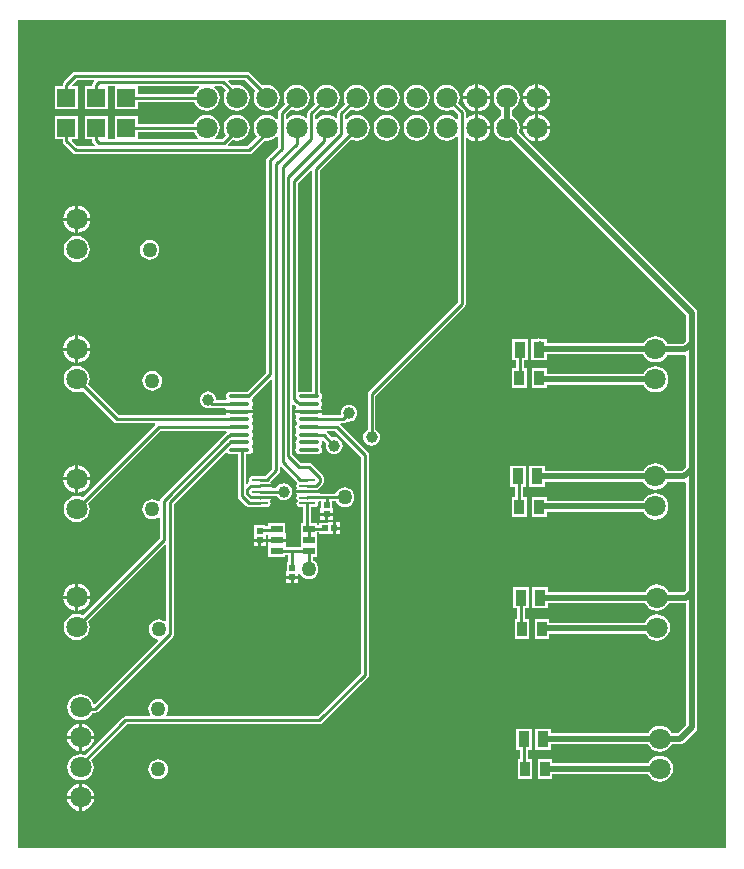
<source format=gbr>
G04 Layer_Physical_Order=1*
G04 Layer_Color=255*
%FSLAX26Y26*%
%MOIN*%
%TF.FileFunction,Copper,L1,Top,Signal*%
%TF.Part,Single*%
G01*
G75*
%TA.AperFunction,SMDPad,CuDef*%
%ADD10O,0.057087X0.009842*%
%ADD11O,0.072835X0.013780*%
%ADD12R,0.033465X0.051181*%
%ADD13R,0.037402X0.053150*%
%ADD14R,0.020472X0.020472*%
%ADD15R,0.039370X0.023622*%
%ADD16R,0.020472X0.020472*%
%TA.AperFunction,Conductor*%
%ADD17C,0.010000*%
%ADD18C,0.019685*%
%TA.AperFunction,ComponentPad*%
%ADD19R,0.060000X0.060000*%
%ADD20C,0.070866*%
%TA.AperFunction,ViaPad*%
%ADD21C,0.050000*%
%ADD22C,0.039370*%
G36*
X2322835Y-0D02*
X-39370Y-0D01*
Y2759999D01*
X2322835D01*
Y-0D01*
D02*
G37*
%LPC*%
G36*
X851378Y1084646D02*
X796260D01*
Y1075134D01*
X785827D01*
Y1077165D01*
X749606D01*
Y1047795D01*
X747480D01*
Y1032559D01*
X787953D01*
Y1042724D01*
X792953Y1045237D01*
X794134Y1044359D01*
Y1032559D01*
X823819D01*
X853504D01*
Y1049370D01*
X851378D01*
Y1084646D01*
D02*
G37*
G36*
X1035984Y1087165D02*
X1020748D01*
Y1071929D01*
X1035984D01*
Y1087165D01*
D02*
G37*
G36*
X1010236Y1109252D02*
X995000D01*
Y1094016D01*
X1010236D01*
Y1109252D01*
D02*
G37*
G36*
X985000D02*
X969764D01*
Y1094016D01*
X985000D01*
Y1109252D01*
D02*
G37*
G36*
X762717Y1022559D02*
X747480D01*
Y1007323D01*
X762717D01*
Y1022559D01*
D02*
G37*
G36*
X895236Y899252D02*
X880000D01*
Y884016D01*
X895236D01*
Y899252D01*
D02*
G37*
G36*
X1035984Y1061929D02*
X1020748D01*
Y1046693D01*
X1035984D01*
Y1061929D01*
D02*
G37*
G36*
X787953Y1022559D02*
X772717D01*
Y1007323D01*
X787953D01*
Y1022559D01*
D02*
G37*
G36*
X1655079Y1274449D02*
X1601929D01*
Y1205551D01*
X1617543D01*
Y1170472D01*
X1608032D01*
Y1103543D01*
X1657244D01*
Y1170472D01*
X1643795D01*
Y1205551D01*
X1655079D01*
Y1274449D01*
D02*
G37*
G36*
X162480Y1276269D02*
Y1236102D01*
X202647D01*
X201744Y1242963D01*
X197166Y1254015D01*
X189883Y1263506D01*
X180393Y1270788D01*
X169341Y1275366D01*
X162480Y1276269D01*
D02*
G37*
G36*
X152480D02*
X145620Y1275366D01*
X134568Y1270788D01*
X125077Y1263506D01*
X117795Y1254015D01*
X113217Y1242963D01*
X112314Y1236102D01*
X152480D01*
Y1276269D01*
D02*
G37*
G36*
X409449Y1592213D02*
X400867Y1591083D01*
X392870Y1587771D01*
X386003Y1582501D01*
X380733Y1575634D01*
X377421Y1567637D01*
X376291Y1559055D01*
X377421Y1550473D01*
X380733Y1542476D01*
X386003Y1535609D01*
X392870Y1530340D01*
X400867Y1527027D01*
X409449Y1525897D01*
X418031Y1527027D01*
X426028Y1530340D01*
X432895Y1535609D01*
X438164Y1542476D01*
X441477Y1550473D01*
X442606Y1559055D01*
X441477Y1567637D01*
X438164Y1575634D01*
X432895Y1582501D01*
X426028Y1587771D01*
X418031Y1591083D01*
X409449Y1592213D01*
D02*
G37*
G36*
X1065000Y1477797D02*
X1057806Y1476850D01*
X1051102Y1474073D01*
X1045345Y1469655D01*
X1040927Y1463898D01*
X1038150Y1457194D01*
X1037203Y1450000D01*
X1037598Y1447004D01*
X1034301Y1443244D01*
X977644D01*
X974971Y1448244D01*
X975556Y1449119D01*
X975872Y1450709D01*
X930118D01*
X884364D01*
X884681Y1449119D01*
X888414Y1443532D01*
X887975Y1437811D01*
X886683Y1435879D01*
X885538Y1430118D01*
X886683Y1424358D01*
X889947Y1419474D01*
Y1415171D01*
X886683Y1410288D01*
X885538Y1404527D01*
X886683Y1398767D01*
X889156Y1395066D01*
X889636Y1391732D01*
X889156Y1388398D01*
X886683Y1384697D01*
X885538Y1378937D01*
X886683Y1373176D01*
X889947Y1368293D01*
Y1363990D01*
X886683Y1359107D01*
X885538Y1353346D01*
X886683Y1347586D01*
X889156Y1343885D01*
X889636Y1340551D01*
X889156Y1337217D01*
X886683Y1333516D01*
X885538Y1327756D01*
X886683Y1321995D01*
X889947Y1317112D01*
X894830Y1313849D01*
X900591Y1312703D01*
X959646D01*
X965406Y1313849D01*
X970290Y1317112D01*
X973553Y1321995D01*
X974699Y1327756D01*
X973553Y1333516D01*
X971080Y1337217D01*
X970600Y1340551D01*
X971080Y1343885D01*
X973553Y1347586D01*
X974699Y1353346D01*
X973553Y1359107D01*
X977490Y1362215D01*
X989218Y1350486D01*
X988898Y1349714D01*
X987951Y1342520D01*
X988898Y1335325D01*
X991675Y1328621D01*
X996093Y1322864D01*
X1001850Y1318447D01*
X1008554Y1315670D01*
X1015748Y1314723D01*
X1022942Y1315670D01*
X1029646Y1318447D01*
X1035403Y1322864D01*
X1039821Y1328621D01*
X1042598Y1335325D01*
X1043545Y1342520D01*
X1042598Y1349714D01*
X1039821Y1356418D01*
X1035403Y1362175D01*
X1029646Y1366592D01*
X1022942Y1369369D01*
X1015748Y1370316D01*
X1008554Y1369369D01*
X1007782Y1369049D01*
X990430Y1386401D01*
X991765Y1390717D01*
X992281Y1391401D01*
X1019169D01*
X1104984Y1305587D01*
Y584177D01*
X960626Y439819D01*
X457883D01*
X455418Y444819D01*
X457849Y447988D01*
X461162Y455985D01*
X462292Y464567D01*
X461162Y473149D01*
X457849Y481146D01*
X452580Y488013D01*
X445713Y493282D01*
X437716Y496595D01*
X429134Y497725D01*
X420552Y496595D01*
X412555Y493282D01*
X405688Y488013D01*
X400418Y481146D01*
X397106Y473149D01*
X395976Y464567D01*
X397106Y455985D01*
X400418Y447988D01*
X402850Y444819D01*
X400384Y439819D01*
X319213D01*
X314189Y438820D01*
X309931Y435974D01*
X184730Y310774D01*
X181305Y312192D01*
X170000Y313681D01*
X158695Y312192D01*
X148160Y307829D01*
X139113Y300887D01*
X132171Y291840D01*
X127808Y281305D01*
X126319Y270000D01*
X127808Y258695D01*
X132171Y248160D01*
X139113Y239113D01*
X148160Y232171D01*
X158695Y227808D01*
X170000Y226319D01*
X181305Y227808D01*
X191840Y232171D01*
X200887Y239113D01*
X207829Y248160D01*
X212192Y258695D01*
X213681Y270000D01*
X212192Y281305D01*
X207829Y291840D01*
X205699Y294616D01*
X324650Y413567D01*
X966063D01*
X971086Y414566D01*
X975345Y417411D01*
X1127392Y569458D01*
X1130237Y573717D01*
X1131236Y578740D01*
Y1311024D01*
X1130237Y1316047D01*
X1127392Y1320305D01*
X1035705Y1411992D01*
X1037776Y1416992D01*
X1044882D01*
X1049905Y1417991D01*
X1054164Y1420836D01*
X1056867Y1423539D01*
X1057806Y1423150D01*
X1065000Y1422203D01*
X1072194Y1423150D01*
X1078898Y1425927D01*
X1084655Y1430345D01*
X1089073Y1436102D01*
X1091850Y1442806D01*
X1092797Y1450000D01*
X1091850Y1457194D01*
X1089073Y1463898D01*
X1084655Y1469655D01*
X1078898Y1474073D01*
X1072194Y1476850D01*
X1065000Y1477797D01*
D02*
G37*
G36*
X1050000Y1203158D02*
X1041418Y1202028D01*
X1033421Y1198715D01*
X1026554Y1193446D01*
X1021285Y1186579D01*
X1019594Y1182496D01*
X968826D01*
X967611Y1183976D01*
X926181D01*
X888340D01*
X888504Y1183154D01*
X891801Y1178219D01*
X892107Y1176680D01*
X890506Y1174284D01*
X889513Y1169291D01*
X890506Y1164299D01*
X893334Y1160067D01*
Y1158831D01*
X890506Y1154599D01*
X889513Y1149606D01*
X890506Y1144614D01*
X893334Y1140381D01*
X897567Y1137553D01*
X902559Y1136560D01*
X913055D01*
Y1084646D01*
X904528D01*
Y1045276D01*
Y1003284D01*
X857483D01*
X853504Y1005748D01*
Y1022559D01*
X823819D01*
X794134D01*
Y1005748D01*
X796260D01*
Y970473D01*
X851378D01*
Y977031D01*
X861874D01*
Y953858D01*
X856890D01*
Y924488D01*
X854764D01*
Y909252D01*
X895236D01*
Y914957D01*
X900236Y915952D01*
X901285Y913421D01*
X906554Y906554D01*
X913421Y901285D01*
X921418Y897972D01*
X930000Y896842D01*
X938582Y897972D01*
X946579Y901285D01*
X953446Y906554D01*
X958715Y913421D01*
X962028Y921418D01*
X963158Y930000D01*
X962028Y938582D01*
X958715Y946579D01*
X953446Y953446D01*
X946579Y958715D01*
X945213Y959281D01*
Y970473D01*
X959646D01*
Y1007874D01*
Y1052819D01*
X966142D01*
Y1048819D01*
X995512D01*
Y1046693D01*
X1010748D01*
Y1066929D01*
Y1087165D01*
X995512D01*
Y1085039D01*
X966142D01*
Y1079071D01*
X959646D01*
Y1084646D01*
X939307D01*
Y1136560D01*
X949803D01*
X954796Y1137553D01*
X959028Y1140381D01*
X961856Y1144614D01*
X962849Y1149606D01*
X962523Y1151244D01*
X966312Y1156244D01*
X971890D01*
Y1134488D01*
X969764D01*
Y1119252D01*
X1010236D01*
Y1134488D01*
X1008110D01*
Y1156244D01*
X1020115D01*
X1021285Y1153421D01*
X1026554Y1146554D01*
X1033421Y1141285D01*
X1041418Y1137972D01*
X1050000Y1136842D01*
X1058582Y1137972D01*
X1066579Y1141285D01*
X1073446Y1146554D01*
X1078715Y1153421D01*
X1082028Y1161418D01*
X1083158Y1170000D01*
X1082028Y1178582D01*
X1078715Y1186579D01*
X1073446Y1193446D01*
X1066579Y1198715D01*
X1058582Y1202028D01*
X1050000Y1203158D01*
D02*
G37*
G36*
X2086063Y1183080D02*
X2074758Y1181591D01*
X2064223Y1177228D01*
X2055176Y1170286D01*
X2048235Y1161239D01*
X2046670Y1157463D01*
X1724173D01*
Y1170472D01*
X1674961D01*
Y1103543D01*
X1724173D01*
Y1121336D01*
X2046670D01*
X2048235Y1117559D01*
X2055176Y1108512D01*
X2064223Y1101571D01*
X2074758Y1097207D01*
X2086063Y1095718D01*
X2097369Y1097207D01*
X2107903Y1101571D01*
X2116950Y1108512D01*
X2123892Y1117559D01*
X2128255Y1128094D01*
X2129744Y1139399D01*
X2128255Y1150705D01*
X2123892Y1161239D01*
X2116950Y1170286D01*
X2107903Y1177228D01*
X2097369Y1181591D01*
X2086063Y1183080D01*
D02*
G37*
G36*
X202647Y1226102D02*
X162480D01*
Y1185936D01*
X169341Y1186839D01*
X180393Y1191417D01*
X189883Y1198699D01*
X197166Y1208190D01*
X201744Y1219242D01*
X202647Y1226102D01*
D02*
G37*
G36*
X152480D02*
X112314D01*
X113217Y1219242D01*
X117795Y1208190D01*
X125077Y1198699D01*
X134568Y1191417D01*
X145620Y1186839D01*
X152480Y1185936D01*
Y1226102D01*
D02*
G37*
G36*
X870000Y899252D02*
X854764D01*
Y884016D01*
X870000D01*
Y899252D01*
D02*
G37*
G36*
X1676181Y397752D02*
X1623032D01*
Y328854D01*
X1636480D01*
Y298342D01*
X1626969D01*
Y231413D01*
X1676181D01*
Y298342D01*
X1662733D01*
Y328854D01*
X1676181D01*
Y397752D01*
D02*
G37*
G36*
X429134Y296937D02*
X420552Y295807D01*
X412555Y292495D01*
X405688Y287226D01*
X400418Y280358D01*
X397106Y272361D01*
X395976Y263779D01*
X397106Y255198D01*
X400418Y247201D01*
X405688Y240333D01*
X412555Y235064D01*
X420552Y231752D01*
X429134Y230622D01*
X437716Y231752D01*
X445713Y235064D01*
X452580Y240333D01*
X457849Y247201D01*
X461162Y255198D01*
X462292Y263779D01*
X461162Y272361D01*
X457849Y280358D01*
X452580Y287226D01*
X445713Y292495D01*
X437716Y295807D01*
X429134Y296937D01*
D02*
G37*
G36*
X165000Y365000D02*
X124833D01*
X125736Y358140D01*
X130314Y347087D01*
X137597Y337597D01*
X147088Y330314D01*
X158140Y325736D01*
X165000Y324833D01*
Y365000D01*
D02*
G37*
G36*
X2101063Y308803D02*
X2089758Y307315D01*
X2079223Y302951D01*
X2070176Y296009D01*
X2063235Y286963D01*
X2061619Y283064D01*
X1743110D01*
Y298342D01*
X1693898D01*
Y231413D01*
X1743110D01*
Y246936D01*
X2061721D01*
X2063235Y243282D01*
X2070176Y234236D01*
X2079223Y227294D01*
X2089758Y222930D01*
X2101063Y221442D01*
X2112369Y222930D01*
X2122903Y227294D01*
X2131950Y234236D01*
X2138892Y243282D01*
X2143255Y253817D01*
X2144744Y265123D01*
X2143255Y276428D01*
X2138892Y286963D01*
X2131950Y296009D01*
X2122903Y302951D01*
X2112369Y307315D01*
X2101063Y308803D01*
D02*
G37*
G36*
X215167Y165000D02*
X175000D01*
Y124833D01*
X181860Y125736D01*
X192912Y130314D01*
X202403Y137597D01*
X209686Y147088D01*
X214264Y158140D01*
X215167Y165000D01*
D02*
G37*
G36*
X165000D02*
X124833D01*
X125736Y158140D01*
X130314Y147088D01*
X137597Y137597D01*
X147088Y130314D01*
X158140Y125736D01*
X165000Y124833D01*
Y165000D01*
D02*
G37*
G36*
X175000Y215167D02*
Y175000D01*
X215167D01*
X214264Y181860D01*
X209686Y192912D01*
X202403Y202403D01*
X192912Y209686D01*
X181860Y214264D01*
X175000Y215167D01*
D02*
G37*
G36*
X165000D02*
X158140Y214264D01*
X147088Y209686D01*
X137597Y202403D01*
X130314Y192912D01*
X125736Y181860D01*
X124833Y175000D01*
X165000D01*
Y215167D01*
D02*
G37*
G36*
X215167Y365000D02*
X175000D01*
Y324833D01*
X181860Y325736D01*
X192912Y330314D01*
X202403Y337597D01*
X209686Y347087D01*
X214264Y358140D01*
X215167Y365000D01*
D02*
G37*
G36*
X202647Y832402D02*
X162480D01*
Y792235D01*
X169341Y793138D01*
X180393Y797716D01*
X189883Y804998D01*
X197166Y814489D01*
X201744Y825541D01*
X202647Y832402D01*
D02*
G37*
G36*
X152480D02*
X112314D01*
X113217Y825541D01*
X117795Y814489D01*
X125077Y804998D01*
X134568Y797716D01*
X145620Y793138D01*
X152480Y792235D01*
Y832402D01*
D02*
G37*
G36*
X162480Y882568D02*
Y842402D01*
X202647D01*
X201744Y849262D01*
X197166Y860314D01*
X189883Y869805D01*
X180393Y877087D01*
X169341Y881665D01*
X162480Y882568D01*
D02*
G37*
G36*
X152480D02*
X145620Y881665D01*
X134568Y877087D01*
X125077Y869805D01*
X117795Y860314D01*
X113217Y849262D01*
X112314Y842402D01*
X152480D01*
Y882568D01*
D02*
G37*
G36*
X175000Y415167D02*
Y375000D01*
X215167D01*
X214264Y381860D01*
X209686Y392913D01*
X202403Y402403D01*
X192912Y409686D01*
X181860Y414264D01*
X175000Y415167D01*
D02*
G37*
G36*
X165000D02*
X158140Y414264D01*
X147088Y409686D01*
X137597Y402403D01*
X130314Y392913D01*
X125736Y381860D01*
X124833Y375000D01*
X165000D01*
Y415167D01*
D02*
G37*
G36*
X2091063Y779330D02*
X2079758Y777841D01*
X2069223Y773477D01*
X2060176Y766536D01*
X2053235Y757489D01*
X2050582Y751085D01*
X1733110D01*
Y763858D01*
X1683898D01*
Y696929D01*
X1733110D01*
Y714958D01*
X2052758D01*
X2053235Y713808D01*
X2060176Y704762D01*
X2069223Y697820D01*
X2079758Y693457D01*
X2091063Y691968D01*
X2102369Y693457D01*
X2112903Y697820D01*
X2121950Y704762D01*
X2128892Y713808D01*
X2133255Y724343D01*
X2134744Y735649D01*
X2133255Y746954D01*
X2128892Y757489D01*
X2121950Y766536D01*
X2112903Y773477D01*
X2102369Y777841D01*
X2091063Y779330D01*
D02*
G37*
G36*
X1665079Y869449D02*
X1611929D01*
Y800551D01*
X1626480D01*
Y763858D01*
X1616968D01*
Y696929D01*
X1666181D01*
Y763858D01*
X1652733D01*
Y800551D01*
X1665079D01*
Y869449D01*
D02*
G37*
G36*
X1535718Y2496575D02*
X1495551D01*
Y2456408D01*
X1502412Y2457311D01*
X1513464Y2461889D01*
X1522954Y2469172D01*
X1530237Y2478662D01*
X1534815Y2489714D01*
X1535718Y2496575D01*
D02*
G37*
G36*
X1390551Y2545256D02*
X1379246Y2543767D01*
X1368711Y2539403D01*
X1359664Y2532462D01*
X1352723Y2523415D01*
X1348359Y2512880D01*
X1346870Y2501575D01*
X1348359Y2490269D01*
X1352723Y2479734D01*
X1359664Y2470688D01*
X1368711Y2463746D01*
X1379246Y2459383D01*
X1390551Y2457894D01*
X1401857Y2459383D01*
X1411684Y2463453D01*
X1427819Y2447319D01*
Y2431924D01*
X1423084Y2430317D01*
X1421438Y2432462D01*
X1412391Y2439403D01*
X1401857Y2443767D01*
X1390551Y2445256D01*
X1379246Y2443767D01*
X1368711Y2439403D01*
X1359664Y2432462D01*
X1352723Y2423415D01*
X1348359Y2412880D01*
X1346870Y2401575D01*
X1348359Y2390269D01*
X1352723Y2379734D01*
X1359664Y2370688D01*
X1368711Y2363746D01*
X1379246Y2359383D01*
X1390551Y2357894D01*
X1401857Y2359383D01*
X1412391Y2363746D01*
X1421438Y2370688D01*
X1423084Y2372833D01*
X1427819Y2371226D01*
Y1820500D01*
X1130718Y1523400D01*
X1127873Y1519141D01*
X1126874Y1514118D01*
Y1394393D01*
X1126102Y1394073D01*
X1120345Y1389655D01*
X1115927Y1383898D01*
X1113150Y1377194D01*
X1112203Y1370000D01*
X1113150Y1362806D01*
X1115927Y1356102D01*
X1120345Y1350345D01*
X1126102Y1345927D01*
X1132806Y1343150D01*
X1140000Y1342203D01*
X1147194Y1343150D01*
X1153898Y1345927D01*
X1159655Y1350345D01*
X1164073Y1356102D01*
X1166850Y1362806D01*
X1167797Y1370000D01*
X1166850Y1377194D01*
X1164073Y1383898D01*
X1159655Y1389655D01*
X1153898Y1394073D01*
X1153126Y1394393D01*
Y1508681D01*
X1450227Y1805781D01*
X1453072Y1810040D01*
X1454071Y1815063D01*
Y2366994D01*
X1459071Y2368463D01*
X1467639Y2361889D01*
X1478691Y2357311D01*
X1485551Y2356408D01*
Y2401575D01*
Y2446742D01*
X1478691Y2445838D01*
X1467639Y2441260D01*
X1459071Y2434686D01*
X1454071Y2436155D01*
Y2452756D01*
X1453072Y2457779D01*
X1450227Y2462037D01*
X1429595Y2482669D01*
X1432744Y2490269D01*
X1434232Y2501575D01*
X1432744Y2512880D01*
X1428380Y2523415D01*
X1421438Y2532462D01*
X1412391Y2539403D01*
X1401857Y2543767D01*
X1390551Y2545256D01*
D02*
G37*
G36*
X1485551Y2496575D02*
X1445384D01*
X1446288Y2489714D01*
X1450866Y2478662D01*
X1458148Y2469172D01*
X1467639Y2461889D01*
X1478691Y2457311D01*
X1485551Y2456408D01*
Y2496575D01*
D02*
G37*
G36*
X1735718D02*
X1695551D01*
Y2456408D01*
X1702412Y2457311D01*
X1713464Y2461889D01*
X1722954Y2469172D01*
X1730237Y2478662D01*
X1734815Y2489714D01*
X1735718Y2496575D01*
D02*
G37*
G36*
X1685551Y2446742D02*
X1678691Y2445838D01*
X1667639Y2441260D01*
X1658148Y2433978D01*
X1650866Y2424487D01*
X1646288Y2413435D01*
X1645384Y2406575D01*
X1685551D01*
Y2446742D01*
D02*
G37*
G36*
X1290551Y2445256D02*
X1279246Y2443767D01*
X1268711Y2439403D01*
X1259664Y2432462D01*
X1252723Y2423415D01*
X1248359Y2412880D01*
X1246870Y2401575D01*
X1248359Y2390269D01*
X1252723Y2379734D01*
X1259664Y2370688D01*
X1268711Y2363746D01*
X1279246Y2359383D01*
X1290551Y2357894D01*
X1301857Y2359383D01*
X1312391Y2363746D01*
X1321438Y2370688D01*
X1328380Y2379734D01*
X1332744Y2390269D01*
X1334232Y2401575D01*
X1332744Y2412880D01*
X1328380Y2423415D01*
X1321438Y2432462D01*
X1312391Y2439403D01*
X1301857Y2443767D01*
X1290551Y2445256D01*
D02*
G37*
G36*
X1695551Y2446742D02*
Y2406575D01*
X1735718D01*
X1734815Y2413435D01*
X1730237Y2424487D01*
X1722954Y2433978D01*
X1713464Y2441260D01*
X1702412Y2445838D01*
X1695551Y2446742D01*
D02*
G37*
G36*
X1495551D02*
Y2406575D01*
X1535718D01*
X1534815Y2413435D01*
X1530237Y2424487D01*
X1522954Y2433978D01*
X1513464Y2441260D01*
X1502412Y2445838D01*
X1495551Y2446742D01*
D02*
G37*
G36*
X1685551Y2496575D02*
X1645384D01*
X1646288Y2489714D01*
X1650866Y2478662D01*
X1658148Y2469172D01*
X1667639Y2461889D01*
X1678691Y2457311D01*
X1685551Y2456408D01*
Y2496575D01*
D02*
G37*
G36*
Y2546742D02*
X1678691Y2545838D01*
X1667639Y2541260D01*
X1658148Y2533978D01*
X1650866Y2524487D01*
X1646288Y2513435D01*
X1645384Y2506575D01*
X1685551D01*
Y2546742D01*
D02*
G37*
G36*
X1485551D02*
X1478691Y2545838D01*
X1467639Y2541260D01*
X1458148Y2533978D01*
X1450866Y2524487D01*
X1446288Y2513435D01*
X1445384Y2506575D01*
X1485551D01*
Y2546742D01*
D02*
G37*
G36*
X1695551Y2546742D02*
Y2506575D01*
X1735718D01*
X1734815Y2513435D01*
X1730237Y2524487D01*
X1722954Y2533978D01*
X1713464Y2541260D01*
X1702412Y2545838D01*
X1695551Y2546742D01*
D02*
G37*
G36*
X1495551D02*
Y2506575D01*
X1535718D01*
X1534815Y2513435D01*
X1530237Y2524487D01*
X1522954Y2533978D01*
X1513464Y2541260D01*
X1502412Y2545838D01*
X1495551Y2546742D01*
D02*
G37*
G36*
X1090551Y2545256D02*
X1079246Y2543767D01*
X1068711Y2539403D01*
X1059664Y2532462D01*
X1052723Y2523415D01*
X1048359Y2512880D01*
X1046870Y2501575D01*
X1048359Y2490269D01*
X1051968Y2481555D01*
X1029577Y2459164D01*
X1026731Y2454905D01*
X1025732Y2449882D01*
Y2434263D01*
X1020732Y2433003D01*
X1012391Y2439403D01*
X1001857Y2443767D01*
X990551Y2445256D01*
X979246Y2443767D01*
X968711Y2439403D01*
X959664Y2432462D01*
X956985Y2428969D01*
X951985Y2430667D01*
Y2444445D01*
X970532Y2462992D01*
X979246Y2459383D01*
X990551Y2457894D01*
X1001857Y2459383D01*
X1012391Y2463746D01*
X1021438Y2470688D01*
X1028380Y2479734D01*
X1032744Y2490269D01*
X1034232Y2501575D01*
X1032744Y2512880D01*
X1028380Y2523415D01*
X1021438Y2532462D01*
X1012391Y2539403D01*
X1001857Y2543767D01*
X990551Y2545256D01*
X979246Y2543767D01*
X968711Y2539403D01*
X959664Y2532462D01*
X952723Y2523415D01*
X948359Y2512880D01*
X946870Y2501575D01*
X948359Y2490269D01*
X951968Y2481555D01*
X929577Y2459164D01*
X926731Y2454905D01*
X925732Y2449882D01*
Y2434263D01*
X920732Y2433003D01*
X912391Y2439403D01*
X901857Y2443767D01*
X890551Y2445256D01*
X879246Y2443767D01*
X868711Y2439403D01*
X859664Y2432462D01*
X858861Y2431415D01*
X854126Y2433022D01*
Y2446587D01*
X870532Y2462992D01*
X879246Y2459383D01*
X890551Y2457894D01*
X901857Y2459383D01*
X912391Y2463746D01*
X921438Y2470688D01*
X928380Y2479734D01*
X932744Y2490269D01*
X934232Y2501575D01*
X932744Y2512880D01*
X928380Y2523415D01*
X921438Y2532462D01*
X912391Y2539403D01*
X901857Y2543767D01*
X890551Y2545256D01*
X879246Y2543767D01*
X868711Y2539403D01*
X859664Y2532462D01*
X852723Y2523415D01*
X848359Y2512880D01*
X846870Y2501575D01*
X848359Y2490269D01*
X851968Y2481555D01*
X831718Y2461305D01*
X828873Y2457047D01*
X827874Y2452024D01*
Y2431852D01*
X823139Y2430245D01*
X821438Y2432462D01*
X812391Y2439403D01*
X801857Y2443767D01*
X790551Y2445256D01*
X779246Y2443767D01*
X768711Y2439403D01*
X759664Y2432462D01*
X752723Y2423415D01*
X748359Y2412880D01*
X746870Y2401575D01*
X748359Y2390269D01*
X752723Y2379734D01*
X758562Y2372125D01*
X726335Y2339898D01*
X662532D01*
X660461Y2344898D01*
X676205Y2360642D01*
X679246Y2359383D01*
X690551Y2357894D01*
X701857Y2359383D01*
X712391Y2363746D01*
X721438Y2370688D01*
X728380Y2379734D01*
X732744Y2390269D01*
X734232Y2401575D01*
X732744Y2412880D01*
X728380Y2423415D01*
X721438Y2432462D01*
X712391Y2439403D01*
X701857Y2443767D01*
X690551Y2445256D01*
X679246Y2443767D01*
X668711Y2439403D01*
X659664Y2432462D01*
X652723Y2423415D01*
X648359Y2412880D01*
X646870Y2401575D01*
X648359Y2390269D01*
X652723Y2379734D01*
X655088Y2376651D01*
X641957Y2363520D01*
X620310D01*
X618613Y2368520D01*
X621438Y2370688D01*
X628380Y2379734D01*
X632744Y2390269D01*
X634232Y2401575D01*
X632744Y2412880D01*
X628380Y2423415D01*
X621438Y2432462D01*
X612391Y2439403D01*
X601857Y2443767D01*
X590551Y2445256D01*
X579246Y2443767D01*
X568711Y2439403D01*
X559664Y2432462D01*
X552723Y2423415D01*
X549113Y2414701D01*
X360906D01*
Y2439449D01*
X285158D01*
Y2363701D01*
X280233Y2363520D01*
X265831D01*
X260906Y2363701D01*
Y2439449D01*
X185158D01*
Y2363701D01*
X207346D01*
Y2359843D01*
X208345Y2354819D01*
X211191Y2350561D01*
X216854Y2344898D01*
X214783Y2339898D01*
X158980D01*
X140177Y2358701D01*
X142249Y2363701D01*
X160906D01*
Y2439449D01*
X85158D01*
Y2363701D01*
X109906D01*
Y2357283D01*
X110905Y2352260D01*
X113750Y2348002D01*
X144262Y2317490D01*
X148520Y2314645D01*
X153543Y2313646D01*
X731772D01*
X736795Y2314645D01*
X741053Y2317490D01*
X782515Y2358952D01*
X790551Y2357894D01*
X801857Y2359383D01*
X812391Y2363746D01*
X821438Y2370688D01*
X823139Y2372905D01*
X827874Y2371298D01*
Y2337437D01*
X792718Y2302282D01*
X789873Y2298023D01*
X788874Y2293000D01*
Y1584996D01*
X725820Y1521943D01*
X670275D01*
X664515Y1520797D01*
X659631Y1517534D01*
X656368Y1512650D01*
X655223Y1506890D01*
X656368Y1501129D01*
X657507Y1499425D01*
X654834Y1494425D01*
X623301D01*
X622797Y1495000D01*
X621850Y1502194D01*
X619073Y1508898D01*
X614655Y1514655D01*
X608898Y1519073D01*
X602194Y1521850D01*
X595000Y1522797D01*
X587806Y1521850D01*
X581102Y1519073D01*
X575345Y1514655D01*
X570927Y1508898D01*
X568150Y1502194D01*
X567203Y1495000D01*
X568150Y1487806D01*
X570927Y1481102D01*
X575345Y1475345D01*
X581102Y1470927D01*
X587806Y1468150D01*
X595000Y1467203D01*
X602194Y1468150D01*
X604342Y1469040D01*
X608701Y1468173D01*
X652277D01*
X654950Y1463173D01*
X654366Y1462299D01*
X654049Y1460709D01*
X699803D01*
X745557D01*
X745240Y1462299D01*
X741508Y1467885D01*
X741946Y1473606D01*
X743238Y1475539D01*
X744384Y1481299D01*
X743238Y1487060D01*
X740765Y1490760D01*
X740285Y1494094D01*
X740765Y1497428D01*
X743238Y1501129D01*
X743512Y1502508D01*
X804254Y1563250D01*
X808874Y1561337D01*
Y1265587D01*
X784760Y1241473D01*
X766732D01*
X766329Y1241392D01*
X743110D01*
X738118Y1240399D01*
X733885Y1237571D01*
X731057Y1233339D01*
X730064Y1228347D01*
X730719Y1225057D01*
X731057Y1223354D01*
X729006Y1218357D01*
X728269Y1217864D01*
X725187Y1214782D01*
X720567Y1216696D01*
Y1312703D01*
X729331D01*
X735091Y1313849D01*
X739975Y1317112D01*
X743238Y1321995D01*
X744384Y1327756D01*
X743238Y1333516D01*
X740765Y1337217D01*
X740285Y1340551D01*
X740765Y1343885D01*
X743238Y1347586D01*
X744384Y1353346D01*
X743238Y1359107D01*
X739975Y1363990D01*
Y1368293D01*
X743238Y1373176D01*
X744384Y1378937D01*
X743238Y1384697D01*
X740765Y1388398D01*
X740285Y1391732D01*
X740765Y1395066D01*
X743238Y1398767D01*
X744384Y1404527D01*
X743238Y1410288D01*
X739975Y1415171D01*
Y1419474D01*
X743238Y1424358D01*
X744384Y1430118D01*
X743238Y1435879D01*
X741946Y1437811D01*
X741508Y1443532D01*
X745240Y1449119D01*
X745557Y1450709D01*
X699803D01*
X654049D01*
X654366Y1449119D01*
X654950Y1448244D01*
X652277Y1443244D01*
X296973D01*
X196063Y1544154D01*
X199673Y1552868D01*
X201161Y1564173D01*
X199673Y1575479D01*
X195309Y1586014D01*
X188367Y1595060D01*
X179321Y1602002D01*
X168786Y1606366D01*
X157480Y1607854D01*
X146175Y1606366D01*
X135640Y1602002D01*
X126593Y1595060D01*
X119652Y1586014D01*
X115288Y1575479D01*
X113800Y1564173D01*
X115288Y1552868D01*
X119652Y1542333D01*
X126593Y1533286D01*
X135640Y1526345D01*
X146175Y1521981D01*
X157480Y1520493D01*
X168786Y1521981D01*
X177500Y1525590D01*
X282254Y1420836D01*
X286512Y1417991D01*
X291536Y1416992D01*
X417735D01*
X419807Y1411992D01*
X177500Y1169685D01*
X168786Y1173295D01*
X157480Y1174783D01*
X146175Y1173295D01*
X135640Y1168931D01*
X126593Y1161989D01*
X119652Y1152943D01*
X115288Y1142408D01*
X113800Y1131102D01*
X115288Y1119797D01*
X119652Y1109262D01*
X126593Y1100216D01*
X135640Y1093274D01*
X146175Y1088910D01*
X157480Y1087422D01*
X168786Y1088910D01*
X179321Y1093274D01*
X188367Y1100216D01*
X195309Y1109262D01*
X199673Y1119797D01*
X201161Y1131102D01*
X199673Y1142408D01*
X196063Y1151122D01*
X436342Y1391401D01*
X654834D01*
X657507Y1386401D01*
X656457Y1384831D01*
X652808Y1382392D01*
X438041Y1167626D01*
X435196Y1163367D01*
X434197Y1158344D01*
X429197Y1156205D01*
X426028Y1158637D01*
X418031Y1161949D01*
X409449Y1163079D01*
X400867Y1161949D01*
X392870Y1158637D01*
X386003Y1153367D01*
X380733Y1146500D01*
X377421Y1138503D01*
X376291Y1129921D01*
X377421Y1121340D01*
X380733Y1113342D01*
X386003Y1106475D01*
X392870Y1101206D01*
X400867Y1097893D01*
X409449Y1096764D01*
X418031Y1097893D01*
X426028Y1101206D01*
X429197Y1103638D01*
X434197Y1101172D01*
Y1032681D01*
X177500Y775984D01*
X168786Y779594D01*
X157480Y781082D01*
X146175Y779594D01*
X135640Y775230D01*
X126593Y768288D01*
X119652Y759242D01*
X115288Y748707D01*
X113800Y737402D01*
X115288Y726096D01*
X119652Y715561D01*
X126593Y706515D01*
X135640Y699573D01*
X146175Y695209D01*
X157480Y693721D01*
X168786Y695209D01*
X179321Y699573D01*
X188367Y706515D01*
X195309Y715561D01*
X199673Y726096D01*
X201161Y737402D01*
X199673Y748707D01*
X196063Y757421D01*
X451231Y1012589D01*
X455851Y1010676D01*
Y759064D01*
X450851Y756598D01*
X447682Y759030D01*
X439685Y762343D01*
X431103Y763472D01*
X422521Y762343D01*
X414524Y759030D01*
X407657Y753761D01*
X402387Y746894D01*
X399075Y738896D01*
X397945Y730315D01*
X399075Y721733D01*
X402387Y713736D01*
X407657Y706869D01*
X414524Y701599D01*
X422521Y698287D01*
X426481Y697765D01*
X428273Y692486D01*
X217219Y481432D01*
X215741Y481395D01*
X211556Y482841D01*
X207829Y491840D01*
X200887Y500887D01*
X191840Y507829D01*
X181305Y512192D01*
X170000Y513681D01*
X158695Y512192D01*
X148160Y507829D01*
X139113Y500887D01*
X132171Y491840D01*
X127808Y481305D01*
X126319Y470000D01*
X127808Y458695D01*
X132171Y448160D01*
X139113Y439113D01*
X148160Y432171D01*
X158695Y427808D01*
X170000Y426319D01*
X181305Y427808D01*
X191840Y432171D01*
X200887Y439113D01*
X207829Y448160D01*
X209351Y451834D01*
X219311D01*
X224334Y452834D01*
X228592Y455679D01*
X478258Y705345D01*
X481104Y709604D01*
X482103Y714627D01*
Y1148970D01*
X652267Y1319134D01*
X658704Y1318500D01*
X659631Y1317112D01*
X664515Y1313849D01*
X670275Y1312703D01*
X694315D01*
Y1174202D01*
X695314Y1169179D01*
X698159Y1164920D01*
X722676Y1140403D01*
X726934Y1137558D01*
X731958Y1136559D01*
X766337D01*
X766732Y1136480D01*
X767135Y1136560D01*
X790354D01*
X795347Y1137553D01*
X799579Y1140381D01*
X802407Y1144614D01*
X803400Y1149606D01*
X802407Y1154599D01*
X800806Y1156995D01*
X801112Y1158534D01*
X804410Y1163469D01*
X804573Y1164291D01*
X766732D01*
Y1174291D01*
X808070D01*
X809359Y1175862D01*
X822612D01*
X822927Y1175102D01*
X827345Y1169345D01*
X833102Y1164927D01*
X839806Y1162150D01*
X847000Y1161203D01*
X854194Y1162150D01*
X860898Y1164927D01*
X866655Y1169345D01*
X871073Y1175102D01*
X873850Y1181806D01*
X874797Y1189000D01*
X873850Y1196194D01*
X871073Y1202898D01*
X866655Y1208655D01*
X860898Y1213073D01*
X854194Y1215850D01*
X847000Y1216797D01*
X839806Y1215850D01*
X833102Y1213073D01*
X827345Y1208655D01*
X822927Y1202898D01*
X822603Y1202114D01*
X809364D01*
X808094Y1203661D01*
X766732D01*
Y1213661D01*
X804573D01*
X804410Y1214484D01*
X801112Y1219419D01*
X800997Y1220584D01*
X831282Y1250868D01*
X834127Y1255127D01*
X835126Y1260150D01*
Y1270303D01*
X840126Y1272374D01*
X890516Y1221984D01*
X892982Y1218398D01*
X891127Y1214583D01*
X890506Y1213654D01*
X889513Y1208661D01*
X890506Y1203669D01*
X892107Y1201273D01*
X891801Y1199734D01*
X888504Y1194798D01*
X888340Y1193976D01*
X926181D01*
X964022D01*
X963859Y1194798D01*
X961949Y1197657D01*
X964645Y1199459D01*
X976880Y1211694D01*
X979726Y1215952D01*
X980725Y1220976D01*
Y1235717D01*
X979726Y1240741D01*
X976880Y1244999D01*
X941569Y1280310D01*
X937311Y1283155D01*
X932288Y1284154D01*
X903700D01*
X876079Y1311776D01*
Y1478355D01*
X880698Y1480268D01*
X883122Y1477844D01*
X886772Y1475406D01*
X887975Y1473606D01*
X888414Y1467885D01*
X884681Y1462299D01*
X884365Y1460709D01*
X930118D01*
X975872D01*
X975556Y1462299D01*
X971822Y1467885D01*
X972261Y1473606D01*
X973553Y1475539D01*
X974699Y1481299D01*
X973553Y1487060D01*
X971080Y1490760D01*
X970600Y1494094D01*
X971080Y1497428D01*
X973553Y1501129D01*
X974699Y1506890D01*
X973553Y1512650D01*
X970290Y1517534D01*
X967772Y1519216D01*
Y2260232D01*
X1070532Y2362992D01*
X1079246Y2359383D01*
X1090551Y2357894D01*
X1101857Y2359383D01*
X1112391Y2363746D01*
X1121438Y2370688D01*
X1128380Y2379734D01*
X1132744Y2390269D01*
X1134232Y2401575D01*
X1132744Y2412880D01*
X1128380Y2423415D01*
X1121438Y2432462D01*
X1112391Y2439403D01*
X1101857Y2443767D01*
X1090551Y2445256D01*
X1079246Y2443767D01*
X1068711Y2439403D01*
X1059664Y2432462D01*
X1056985Y2428969D01*
X1051985Y2430667D01*
Y2444445D01*
X1070532Y2462992D01*
X1079246Y2459383D01*
X1090551Y2457894D01*
X1101857Y2459383D01*
X1112391Y2463746D01*
X1121438Y2470688D01*
X1128380Y2479734D01*
X1132744Y2490269D01*
X1134232Y2501575D01*
X1132744Y2512880D01*
X1128380Y2523415D01*
X1121438Y2532462D01*
X1112391Y2539403D01*
X1101857Y2543767D01*
X1090551Y2545256D01*
D02*
G37*
G36*
X724409Y2587929D02*
X151969D01*
X146945Y2586930D01*
X142687Y2584085D01*
X113750Y2555148D01*
X110905Y2550890D01*
X109906Y2545866D01*
Y2539449D01*
X85158D01*
Y2463701D01*
X160906D01*
Y2539449D01*
X142249D01*
X140177Y2544449D01*
X157405Y2561677D01*
X213746D01*
X215660Y2557057D01*
X211191Y2552589D01*
X208345Y2548330D01*
X207346Y2543307D01*
Y2539449D01*
X185158D01*
Y2463701D01*
X260906D01*
Y2539449D01*
X264853Y2541992D01*
X281211D01*
X285158Y2539449D01*
Y2463701D01*
X360906D01*
Y2488449D01*
X549113D01*
X552723Y2479734D01*
X559664Y2470688D01*
X568711Y2463746D01*
X579246Y2459383D01*
X590551Y2457894D01*
X601857Y2459383D01*
X612391Y2463746D01*
X621438Y2470688D01*
X628380Y2479734D01*
X632744Y2490269D01*
X634232Y2501575D01*
X632744Y2512880D01*
X628380Y2523415D01*
X621438Y2532462D01*
X615534Y2536992D01*
X617232Y2541992D01*
X639445D01*
X655023Y2526414D01*
X652723Y2523415D01*
X648359Y2512880D01*
X646870Y2501575D01*
X648359Y2490269D01*
X652723Y2479734D01*
X659664Y2470688D01*
X668711Y2463746D01*
X679246Y2459383D01*
X690551Y2457894D01*
X701857Y2459383D01*
X712391Y2463746D01*
X721438Y2470688D01*
X728380Y2479734D01*
X732744Y2490269D01*
X734232Y2501575D01*
X732744Y2512880D01*
X728380Y2523415D01*
X721438Y2532462D01*
X712391Y2539403D01*
X701857Y2543767D01*
X690551Y2545256D01*
X679246Y2543767D01*
X676099Y2542464D01*
X661506Y2557057D01*
X663419Y2561677D01*
X718972D01*
X754681Y2525968D01*
X752723Y2523415D01*
X748359Y2512880D01*
X746870Y2501575D01*
X748359Y2490269D01*
X752723Y2479734D01*
X759664Y2470688D01*
X768711Y2463746D01*
X779246Y2459383D01*
X790551Y2457894D01*
X801857Y2459383D01*
X812391Y2463746D01*
X821438Y2470688D01*
X828380Y2479734D01*
X832744Y2490269D01*
X834232Y2501575D01*
X832744Y2512880D01*
X828380Y2523415D01*
X821438Y2532462D01*
X812391Y2539403D01*
X801857Y2543767D01*
X790551Y2545256D01*
X779246Y2543767D01*
X775543Y2542233D01*
X733691Y2584085D01*
X729433Y2586930D01*
X724409Y2587929D01*
D02*
G37*
G36*
X1290551Y2545256D02*
X1279246Y2543767D01*
X1268711Y2539403D01*
X1259664Y2532462D01*
X1252723Y2523415D01*
X1248359Y2512880D01*
X1246870Y2501575D01*
X1248359Y2490269D01*
X1252723Y2479734D01*
X1259664Y2470688D01*
X1268711Y2463746D01*
X1279246Y2459383D01*
X1290551Y2457894D01*
X1301857Y2459383D01*
X1312391Y2463746D01*
X1321438Y2470688D01*
X1328380Y2479734D01*
X1332744Y2490269D01*
X1334232Y2501575D01*
X1332744Y2512880D01*
X1328380Y2523415D01*
X1321438Y2532462D01*
X1312391Y2539403D01*
X1301857Y2543767D01*
X1290551Y2545256D01*
D02*
G37*
G36*
X1190551D02*
X1179246Y2543767D01*
X1168711Y2539403D01*
X1159664Y2532462D01*
X1152723Y2523415D01*
X1148359Y2512880D01*
X1146870Y2501575D01*
X1148359Y2490269D01*
X1152723Y2479734D01*
X1159664Y2470688D01*
X1168711Y2463746D01*
X1179246Y2459383D01*
X1190551Y2457894D01*
X1201857Y2459383D01*
X1212391Y2463746D01*
X1221438Y2470688D01*
X1228380Y2479734D01*
X1232744Y2490269D01*
X1234232Y2501575D01*
X1232744Y2512880D01*
X1228380Y2523415D01*
X1221438Y2532462D01*
X1212391Y2539403D01*
X1201857Y2543767D01*
X1190551Y2545256D01*
D02*
G37*
G36*
Y2445256D02*
X1179246Y2443767D01*
X1168711Y2439403D01*
X1159664Y2432462D01*
X1152723Y2423415D01*
X1148359Y2412880D01*
X1146870Y2401575D01*
X1148359Y2390269D01*
X1152723Y2379734D01*
X1159664Y2370688D01*
X1168711Y2363746D01*
X1179246Y2359383D01*
X1190551Y2357894D01*
X1201857Y2359383D01*
X1212391Y2363746D01*
X1221438Y2370688D01*
X1228380Y2379734D01*
X1232744Y2390269D01*
X1234232Y2401575D01*
X1232744Y2412880D01*
X1228380Y2423415D01*
X1221438Y2432462D01*
X1212391Y2439403D01*
X1201857Y2443767D01*
X1190551Y2445256D01*
D02*
G37*
G36*
X162480Y1709340D02*
Y1669173D01*
X202647D01*
X201744Y1676034D01*
X197166Y1687086D01*
X189883Y1696576D01*
X180393Y1703859D01*
X169341Y1708437D01*
X162480Y1709340D01*
D02*
G37*
G36*
X152480D02*
X145620Y1708437D01*
X134568Y1703859D01*
X125077Y1696576D01*
X117795Y1687086D01*
X113217Y1676034D01*
X112314Y1669173D01*
X152480D01*
Y1709340D01*
D02*
G37*
G36*
X157480Y2040925D02*
X146175Y2039436D01*
X135640Y2035073D01*
X126593Y2028131D01*
X119652Y2019084D01*
X115288Y2008550D01*
X113800Y1997244D01*
X115288Y1985939D01*
X119652Y1975404D01*
X126593Y1966357D01*
X135640Y1959416D01*
X146175Y1955052D01*
X157480Y1953563D01*
X168786Y1955052D01*
X179321Y1959416D01*
X188367Y1966357D01*
X195309Y1975404D01*
X199673Y1985939D01*
X201161Y1997244D01*
X199673Y2008550D01*
X195309Y2019084D01*
X188367Y2028131D01*
X179321Y2035073D01*
X168786Y2039436D01*
X157480Y2040925D01*
D02*
G37*
G36*
X1590551Y2545256D02*
X1579246Y2543767D01*
X1568711Y2539403D01*
X1559664Y2532462D01*
X1552723Y2523415D01*
X1548359Y2512880D01*
X1546870Y2501575D01*
X1548359Y2490269D01*
X1552723Y2479734D01*
X1559664Y2470688D01*
X1568711Y2463746D01*
X1572488Y2462182D01*
Y2440968D01*
X1568711Y2439403D01*
X1559664Y2432462D01*
X1552723Y2423415D01*
X1548359Y2412880D01*
X1546870Y2401575D01*
X1548359Y2390269D01*
X1552723Y2379734D01*
X1559664Y2370688D01*
X1568711Y2363746D01*
X1579246Y2359383D01*
X1590551Y2357894D01*
X1601857Y2359383D01*
X1605633Y2360947D01*
X2189062Y1777518D01*
Y1692482D01*
X2177793Y1681213D01*
X2125456D01*
X2123892Y1684990D01*
X2116950Y1694036D01*
X2107903Y1700978D01*
X2097369Y1705342D01*
X2086063Y1706830D01*
X2074758Y1705342D01*
X2064223Y1700978D01*
X2055176Y1694036D01*
X2048235Y1684990D01*
X2047437Y1683064D01*
X1724173D01*
Y1696496D01*
X1706630D01*
X1702621Y1699174D01*
X1697598Y1700173D01*
X1692575Y1699174D01*
X1688567Y1696496D01*
X1671024D01*
Y1627598D01*
X1724173D01*
Y1646936D01*
X2045904D01*
X2048235Y1641309D01*
X2055176Y1632263D01*
X2064223Y1625321D01*
X2074758Y1620957D01*
X2086063Y1619469D01*
X2097369Y1620957D01*
X2107903Y1625321D01*
X2116950Y1632263D01*
X2123892Y1641309D01*
X2125456Y1645086D01*
X2185276D01*
X2189062Y1641978D01*
Y1272482D01*
X2174043Y1257463D01*
X2125456D01*
X2123892Y1261239D01*
X2116950Y1270286D01*
X2107903Y1277228D01*
X2097369Y1281591D01*
X2086063Y1283080D01*
X2074758Y1281591D01*
X2064223Y1277228D01*
X2055176Y1270286D01*
X2048235Y1261239D01*
X2046919Y1258064D01*
X1718071D01*
Y1274449D01*
X1664921D01*
Y1205551D01*
X1718071D01*
Y1221936D01*
X2046421D01*
X2048235Y1217559D01*
X2055176Y1208512D01*
X2064223Y1201571D01*
X2074758Y1197207D01*
X2086063Y1195718D01*
X2097369Y1197207D01*
X2107903Y1201571D01*
X2116950Y1208512D01*
X2123892Y1217559D01*
X2125456Y1221336D01*
X2181525D01*
X2184062Y1221840D01*
X2189062Y1217737D01*
Y862482D01*
X2180293Y853712D01*
X2130456D01*
X2128892Y857489D01*
X2121950Y866536D01*
X2112903Y873477D01*
X2102369Y877841D01*
X2091063Y879330D01*
X2079758Y877841D01*
X2069223Y873477D01*
X2060176Y866536D01*
X2053235Y857489D01*
X2051401Y853064D01*
X1728071D01*
Y869449D01*
X1674921D01*
Y800551D01*
X1728071D01*
Y816936D01*
X2051939D01*
X2053235Y813808D01*
X2060176Y804762D01*
X2069223Y797820D01*
X2079758Y793457D01*
X2091063Y791968D01*
X2102369Y793457D01*
X2112903Y797820D01*
X2121950Y804762D01*
X2128892Y813808D01*
X2130456Y817585D01*
X2187775D01*
X2189062Y816528D01*
Y410356D01*
X2161892Y383186D01*
X2140456D01*
X2138892Y386963D01*
X2131950Y396009D01*
X2122903Y402951D01*
X2112369Y407315D01*
X2101063Y408803D01*
X2089758Y407315D01*
X2079223Y402951D01*
X2070176Y396009D01*
X2063235Y386963D01*
X2061670Y383186D01*
X1739173D01*
Y397752D01*
X1686024D01*
Y328854D01*
X1739173D01*
Y347059D01*
X2061670D01*
X2063235Y343282D01*
X2070176Y334236D01*
X2079223Y327294D01*
X2089758Y322930D01*
X2101063Y321442D01*
X2112369Y322930D01*
X2122903Y327294D01*
X2131950Y334236D01*
X2138892Y343282D01*
X2140456Y347059D01*
X2169374D01*
X2176287Y348434D01*
X2182147Y352350D01*
X2219899Y390101D01*
X2223815Y395961D01*
X2225190Y402874D01*
Y855000D01*
Y1265000D01*
Y1685000D01*
Y1785000D01*
X2223815Y1791913D01*
X2219899Y1797773D01*
X1631179Y2386493D01*
X1632744Y2390269D01*
X1634232Y2401575D01*
X1632744Y2412880D01*
X1628380Y2423415D01*
X1621438Y2432462D01*
X1612391Y2439403D01*
X1608615Y2440968D01*
Y2462182D01*
X1612391Y2463746D01*
X1621438Y2470688D01*
X1628380Y2479734D01*
X1632744Y2490269D01*
X1634232Y2501575D01*
X1632744Y2512880D01*
X1628380Y2523415D01*
X1621438Y2532462D01*
X1612391Y2539403D01*
X1601857Y2543767D01*
X1590551Y2545256D01*
D02*
G37*
G36*
X2086063Y1606830D02*
X2074758Y1605342D01*
X2064223Y1600978D01*
X2055176Y1594036D01*
X2048235Y1584990D01*
X2046670Y1581213D01*
X1724173D01*
Y1601024D01*
X1674961D01*
Y1534095D01*
X1724173D01*
Y1545086D01*
X2046670D01*
X2048235Y1541309D01*
X2055176Y1532263D01*
X2064223Y1525321D01*
X2074758Y1520957D01*
X2086063Y1519469D01*
X2097369Y1520957D01*
X2107903Y1525321D01*
X2116950Y1532263D01*
X2123892Y1541309D01*
X2128255Y1551844D01*
X2129744Y1563150D01*
X2128255Y1574455D01*
X2123892Y1584990D01*
X2116950Y1594036D01*
X2107903Y1600978D01*
X2097369Y1605342D01*
X2086063Y1606830D01*
D02*
G37*
G36*
X1661181Y1696496D02*
X1608032D01*
Y1627598D01*
X1621480D01*
Y1601024D01*
X1608032D01*
Y1534095D01*
X1657244D01*
Y1601024D01*
X1647733D01*
Y1627598D01*
X1661181D01*
Y1696496D01*
D02*
G37*
G36*
X202647Y1659173D02*
X162480D01*
Y1619006D01*
X169341Y1619910D01*
X180393Y1624488D01*
X189883Y1631770D01*
X197166Y1641261D01*
X201744Y1652313D01*
X202647Y1659173D01*
D02*
G37*
G36*
X152480D02*
X112314D01*
X113217Y1652313D01*
X117795Y1641261D01*
X125077Y1631770D01*
X134568Y1624488D01*
X145620Y1619910D01*
X152480Y1619006D01*
Y1659173D01*
D02*
G37*
G36*
X400000Y2028158D02*
X391418Y2027028D01*
X383421Y2023715D01*
X376554Y2018446D01*
X371285Y2011579D01*
X367972Y2003582D01*
X366842Y1995000D01*
X367972Y1986418D01*
X371285Y1978421D01*
X376554Y1971554D01*
X383421Y1966285D01*
X391418Y1962972D01*
X400000Y1961842D01*
X408582Y1962972D01*
X416579Y1966285D01*
X423446Y1971554D01*
X428715Y1978421D01*
X432028Y1986418D01*
X433158Y1995000D01*
X432028Y2003582D01*
X428715Y2011579D01*
X423446Y2018446D01*
X416579Y2023715D01*
X408582Y2027028D01*
X400000Y2028158D01*
D02*
G37*
G36*
X1535718Y2396575D02*
X1495551D01*
Y2356408D01*
X1502412Y2357311D01*
X1513464Y2361889D01*
X1522954Y2369172D01*
X1530237Y2378662D01*
X1534815Y2389714D01*
X1535718Y2396575D01*
D02*
G37*
G36*
X1735718D02*
X1695551D01*
Y2356408D01*
X1702412Y2357311D01*
X1713464Y2361889D01*
X1722954Y2369172D01*
X1730237Y2378662D01*
X1734815Y2389714D01*
X1735718Y2396575D01*
D02*
G37*
G36*
X1685551D02*
X1645384D01*
X1646288Y2389714D01*
X1650866Y2378662D01*
X1658148Y2369172D01*
X1667639Y2361889D01*
X1678691Y2357311D01*
X1685551Y2356408D01*
Y2396575D01*
D02*
G37*
G36*
X162480Y2142411D02*
Y2102244D01*
X202647D01*
X201744Y2109104D01*
X197166Y2120157D01*
X189883Y2129647D01*
X180393Y2136930D01*
X169341Y2141508D01*
X162480Y2142411D01*
D02*
G37*
G36*
X152480Y2092244D02*
X112314D01*
X113217Y2085384D01*
X117795Y2074332D01*
X125077Y2064841D01*
X134568Y2057559D01*
X145620Y2052981D01*
X152480Y2052077D01*
Y2092244D01*
D02*
G37*
G36*
X202647D02*
X162480D01*
Y2052077D01*
X169341Y2052981D01*
X180393Y2057559D01*
X189883Y2064841D01*
X197166Y2074332D01*
X201744Y2085384D01*
X202647Y2092244D01*
D02*
G37*
G36*
X152480Y2142411D02*
X145620Y2141508D01*
X134568Y2136930D01*
X125077Y2129647D01*
X117795Y2120157D01*
X113217Y2109104D01*
X112314Y2102244D01*
X152480D01*
Y2142411D01*
D02*
G37*
%LPD*%
G36*
X552723Y2379734D02*
X559664Y2370688D01*
X562490Y2368520D01*
X560792Y2363520D01*
X365831D01*
X360906Y2363701D01*
Y2388449D01*
X549113D01*
X552723Y2379734D01*
D02*
G37*
G36*
X941519Y2259131D02*
Y1521943D01*
X900591D01*
X898953Y1521617D01*
X893953Y1525720D01*
Y2218097D01*
X936900Y2261044D01*
X941519Y2259131D01*
D02*
G37*
G36*
X565568Y2536992D02*
X559664Y2532462D01*
X552723Y2523415D01*
X549113Y2514701D01*
X360906D01*
Y2539449D01*
X364853Y2541992D01*
X563871D01*
X565568Y2536992D01*
D02*
G37*
D10*
X926181Y1149606D02*
D03*
Y1169291D02*
D03*
Y1188976D02*
D03*
Y1208661D02*
D03*
Y1228347D02*
D03*
X766732Y1149606D02*
D03*
Y1169291D02*
D03*
Y1188976D02*
D03*
Y1208661D02*
D03*
Y1228347D02*
D03*
D11*
X930118Y1327756D02*
D03*
Y1353346D02*
D03*
Y1378937D02*
D03*
Y1404527D02*
D03*
Y1430118D02*
D03*
Y1455709D02*
D03*
Y1481299D02*
D03*
Y1506890D02*
D03*
X699803Y1327756D02*
D03*
Y1353346D02*
D03*
Y1378937D02*
D03*
Y1404527D02*
D03*
Y1430118D02*
D03*
Y1455709D02*
D03*
Y1481299D02*
D03*
Y1506890D02*
D03*
D12*
X1632638Y1567559D02*
D03*
X1699567D02*
D03*
X1699567Y1137008D02*
D03*
X1632638D02*
D03*
X1651575Y264878D02*
D03*
X1718504D02*
D03*
X1708504Y730394D02*
D03*
X1641575D02*
D03*
D13*
X1649606Y363303D02*
D03*
X1712598D02*
D03*
X1628504Y1240000D02*
D03*
X1691496D02*
D03*
X1634606Y1662047D02*
D03*
X1697598D02*
D03*
X1638504Y835000D02*
D03*
X1701496D02*
D03*
D14*
X1015748Y1066929D02*
D03*
X984252D02*
D03*
D15*
X823819Y1064961D02*
D03*
Y1027559D02*
D03*
Y990158D02*
D03*
X932087D02*
D03*
Y1027559D02*
D03*
Y1064961D02*
D03*
D16*
X990000Y1145748D02*
D03*
Y1114252D02*
D03*
X767717Y1059055D02*
D03*
Y1027559D02*
D03*
X875000Y904252D02*
D03*
Y935748D02*
D03*
D17*
X647394Y2350394D02*
X690551Y2393551D01*
Y2401575D01*
X731772Y2326772D02*
X790551Y2385551D01*
Y2401575D01*
X724409Y2574803D02*
X790551Y2508661D01*
Y2501575D02*
Y2508661D01*
X644882Y2555118D02*
X690551Y2509449D01*
Y2501575D02*
Y2509449D01*
X232284Y2555118D02*
X644882D01*
X229921Y2350394D02*
X647394D01*
X153543Y2326772D02*
X731772D01*
X802000Y1579559D02*
Y2293000D01*
X841000Y2332000D01*
Y2452024D01*
X890551Y2501575D01*
X729331Y1506890D02*
X802000Y1579559D01*
X890551Y2348551D02*
Y2401575D01*
X822000Y2280000D02*
X890551Y2348551D01*
X822000Y1260150D02*
Y2280000D01*
X790197Y1228347D02*
X822000Y1260150D01*
X982575Y2358575D02*
Y2401575D01*
X862953Y2238953D02*
X982575Y2358575D01*
X862953Y1306339D02*
Y2238953D01*
X954646Y2265669D02*
X1090551Y2401575D01*
X880827Y1498703D02*
Y2223534D01*
X845079Y2270079D02*
X938858Y2363858D01*
Y2449882D02*
X990551Y2501575D01*
X938858Y2363858D02*
Y2449882D01*
X845079Y1285984D02*
Y2270079D01*
X1038858Y2381565D02*
Y2449882D01*
X1090551Y2501575D01*
X880827Y2223534D02*
X1038858Y2381565D01*
X931864Y1508636D02*
X954646D01*
Y2265669D01*
X1392126Y2501575D02*
X1440945Y2452756D01*
Y1815063D02*
Y2452756D01*
X220472Y2359843D02*
X229921Y2350394D01*
X123032Y2357283D02*
X153543Y2326772D01*
X220472Y2543307D02*
X232284Y2555118D01*
X151969Y2574803D02*
X724409D01*
X123032Y2545866D02*
X151969Y2574803D01*
X955363Y1208740D02*
X967598Y1220976D01*
X926181Y1208661D02*
X926260Y1208740D01*
X955363D01*
X926181Y1169291D02*
X926260Y1169370D01*
X766654D02*
X766732Y1169291D01*
X725315Y1181605D02*
X737550Y1169370D01*
X766654D01*
X725315Y1181605D02*
Y1196347D01*
X737550Y1208583D01*
X766732Y1228347D02*
X790197D01*
X766744Y1188988D02*
X846988D01*
X766732Y1188976D02*
X766744Y1188988D01*
X893741Y1487126D02*
X899568Y1481299D01*
X892404Y1487126D02*
X893741D01*
X880827Y1498703D02*
X892404Y1487126D01*
X845079Y1285984D02*
X902717Y1228347D01*
X669253Y1378937D02*
X699803D01*
X291536Y1430118D02*
X699803D01*
X766654Y1149685D02*
X766732Y1149606D01*
X731958Y1149685D02*
X766654D01*
X707441Y1174202D02*
X731958Y1149685D01*
X767717Y1059055D02*
X770669Y1062008D01*
X820866D01*
X932087Y1064961D02*
X933071Y1065945D01*
X983268D01*
X926181Y1070866D02*
Y1149606D01*
Y1070866D02*
X932087Y1064961D01*
Y1027559D02*
Y1064961D01*
X1699567Y1567559D02*
X1703976Y1563150D01*
X1632638Y1567559D02*
X1634606Y1569527D01*
Y1662047D01*
X1708504Y730394D02*
X1713759Y735649D01*
X1639606Y732362D02*
X1641575Y730394D01*
X1639606Y732362D02*
Y835000D01*
X1718504Y264878D02*
X1718749Y265123D01*
X1649606Y266846D02*
X1651575Y264878D01*
X1649606Y266846D02*
Y363303D01*
X1699567Y1137008D02*
X1701958Y1139399D01*
X1630669Y1138976D02*
X1632638Y1137008D01*
X1630669Y1138976D02*
Y1250000D01*
X323032Y2401575D02*
X585630D01*
X323032Y2501575D02*
X590551D01*
X699803Y1506890D02*
X729331D01*
X902717Y1228347D02*
X926181D01*
X899568Y1481299D02*
X930118D01*
Y1506890D02*
X931864Y1508636D01*
X157480Y264961D02*
X319213Y426693D01*
X447323Y1027244D02*
Y1158344D01*
X157480Y737402D02*
X447323Y1027244D01*
X430905Y1404527D02*
X699803D01*
X157480Y1131102D02*
X430905Y1404527D01*
X157480Y1564173D02*
X291536Y1430118D01*
X468977Y714627D02*
Y1154407D01*
X157480Y464961D02*
X219311D01*
X468977Y714627D01*
X662089Y1347520D02*
X663426D01*
X1024606Y1404527D02*
X1118110Y1311024D01*
X663426Y1347520D02*
X669253Y1353346D01*
X699803D01*
X662089Y1373110D02*
X663426D01*
X669253Y1378937D01*
X737550Y1208583D02*
X766654D01*
X766732Y1208661D01*
X707441Y1174202D02*
Y1326010D01*
X705695Y1327756D02*
X707441Y1326010D01*
X699803Y1327756D02*
X705695D01*
X820866Y1062008D02*
X823819Y1064961D01*
X983268Y1065945D02*
X984252Y1066929D01*
X846988Y1188988D02*
X847000Y1189000D01*
X319213Y426693D02*
X966063D01*
X1118110Y578740D01*
X898263Y1271028D02*
X932288D01*
X967598Y1235717D01*
X862953Y1306339D02*
X898263Y1271028D01*
X967598Y1220976D02*
Y1235717D01*
X930118Y1404527D02*
X1024606D01*
X1118110Y578740D02*
Y1311024D01*
X930118Y1378937D02*
X930841Y1378214D01*
X980054D01*
X220472Y2359843D02*
Y2400787D01*
Y2503150D02*
Y2543307D01*
X123032Y2501575D02*
Y2545866D01*
Y2357283D02*
Y2401575D01*
X1049370Y1169370D02*
X1050000Y1170000D01*
X990000Y1145748D02*
Y1169370D01*
X926260D02*
X990000D01*
X1049370D01*
X875000Y935748D02*
Y987205D01*
X877953Y990158D01*
X823819D02*
X877953D01*
X932087D01*
Y932087D02*
Y990158D01*
X930000Y930000D02*
X932087Y932087D01*
X1140000Y1514118D02*
X1440945Y1815063D01*
X1140000Y1370000D02*
Y1514118D01*
X468977Y1154407D02*
X662089Y1347520D01*
X447323Y1158344D02*
X662089Y1373110D01*
X980054Y1378214D02*
X1015748Y1342520D01*
X930118Y1430118D02*
X1044882D01*
X1064764Y1450000D01*
X1065000D01*
X608701Y1481299D02*
X699803D01*
X595000Y1495000D02*
X608701Y1481299D01*
X1697598Y1687047D02*
X1719646Y1665000D01*
X1709488Y850709D02*
X1715197Y845000D01*
Y835000D02*
Y845000D01*
X1712598Y363303D02*
X1714418Y365123D01*
D18*
X1590551Y2401575D02*
Y2501575D01*
X1703976Y1563150D02*
X2086063D01*
X1713759Y734656D02*
Y735649D01*
X1718749Y265123D02*
X1718871Y265000D01*
X1701958Y1139399D02*
X2086063D01*
X1718871Y265000D02*
X2100941D01*
X2101063Y265123D01*
X1713759Y734656D02*
X1715394Y733021D01*
X2088436D01*
X2091063Y735649D01*
X1590551Y2401575D02*
X2207126Y1785000D01*
X2169374Y365123D02*
X2207126Y402874D01*
X2101063Y365123D02*
X2169374D01*
X1719646Y1665000D02*
X2062914D01*
X2086063Y1663150D02*
X2185276D01*
X2207126Y1685000D01*
X2062914Y1665000D02*
X2086063Y1688150D01*
X2207126Y1685000D02*
Y1785000D01*
X2086063Y1239399D02*
X2181525D01*
X2207126Y1265000D01*
X1691496Y1240000D02*
X2091063D01*
X2207126Y1265000D02*
Y1685000D01*
X2091063Y835649D02*
X2187775D01*
X2207126Y855000D01*
Y402874D02*
Y855000D01*
Y1265000D01*
X2070000Y835000D02*
X2080000Y845000D01*
X1715197Y835000D02*
X2070000D01*
X1714418Y365123D02*
X2101063D01*
D19*
X123032Y2501575D02*
D03*
X223032D02*
D03*
X323032D02*
D03*
Y2401575D02*
D03*
X223032D02*
D03*
X123032D02*
D03*
D20*
X157480Y2097244D02*
D03*
Y1997244D02*
D03*
X2101063Y365123D02*
D03*
Y265123D02*
D03*
X2086063Y1563150D02*
D03*
Y1663150D02*
D03*
X157480Y1664173D02*
D03*
Y1564173D02*
D03*
X2086063Y1239399D02*
D03*
Y1139399D02*
D03*
X157480Y1231102D02*
D03*
Y1131102D02*
D03*
Y737402D02*
D03*
Y837402D02*
D03*
X2091063Y735649D02*
D03*
Y835649D02*
D03*
X170000Y170000D02*
D03*
Y270000D02*
D03*
Y370000D02*
D03*
Y470000D02*
D03*
X1590551Y2401575D02*
D03*
Y2501575D02*
D03*
X1490551D02*
D03*
X1390551D02*
D03*
X1290551D02*
D03*
X1190551D02*
D03*
X1090551D02*
D03*
X990551D02*
D03*
X890551D02*
D03*
X790551D02*
D03*
X690551D02*
D03*
X590551D02*
D03*
X1490551Y2401575D02*
D03*
X1390551D02*
D03*
X1290551D02*
D03*
X1190551D02*
D03*
X1090551D02*
D03*
X990551D02*
D03*
X890551D02*
D03*
X790551D02*
D03*
X690551D02*
D03*
X590551D02*
D03*
X1690551Y2501575D02*
D03*
Y2401575D02*
D03*
D21*
X409449Y1559055D02*
D03*
Y1129921D02*
D03*
X431103Y730315D02*
D03*
X429134Y464567D02*
D03*
Y263779D02*
D03*
X1050000Y1170000D02*
D03*
X930000Y930000D02*
D03*
X400000Y1995000D02*
D03*
D22*
X847000Y1189000D02*
D03*
X1015748Y1342520D02*
D03*
X1140000Y1370000D02*
D03*
X1065000Y1450000D02*
D03*
X595000Y1495000D02*
D03*
%TF.MD5,78e59288e5ec0fcf65fe21c0e914ed5c*%
M02*

</source>
